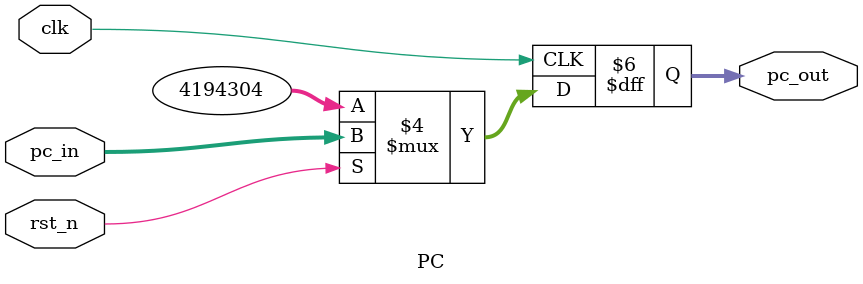
<source format=v>
module PC (input clk, rst_n,
           input [31:0] pc_in,
           output reg [31:0] pc_out);
always @(posedge clk) 
begin
  if (!rst_n)
    pc_out <= 32'h00400000;//gia tri khoi tao vi tri PC
  else
    pc_out <= pc_in;
end
endmodule
</source>
